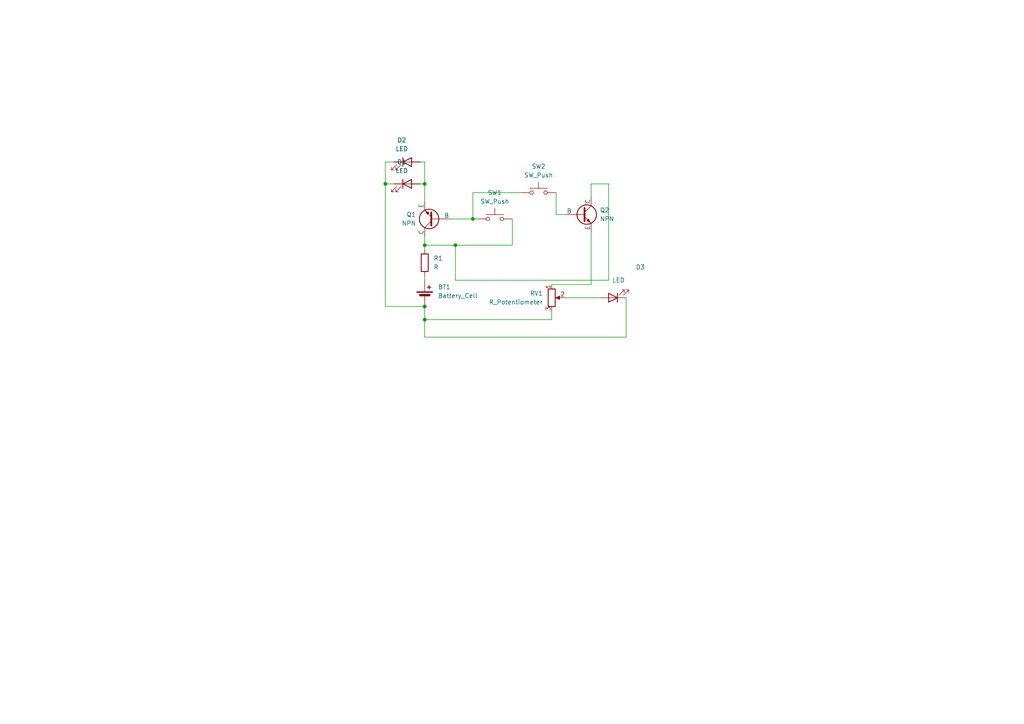
<source format=kicad_sch>
(kicad_sch (version 20250114) (generator "eeschema") (generator_version "9.0")
  (paper "A4")
  (lib_symbols
    (symbol "Device:Battery_Cell" (pin_numbers (hide yes)) (pin_names (offset 0) (hide yes))
      (property "Reference" "BT" (at 2.54 2.54 0))
      (property "Value" "Battery_Cell" (at 2.54 0 0))
      (symbol "Battery_Cell_0_1"
        (rectangle (start -2.286 1.778) (end 2.286 1.524) (fill (type outline)))
        (rectangle (start -1.524 1.016) (end 1.524 0.508) (fill (type outline)))
        (polyline (pts (xy 0 1.778) (xy 0 2.54)))
        (polyline (pts (xy 0 0.762) (xy 0 0)))
        (polyline (pts (xy 0.762 3.048) (xy 1.778 3.048)) (stroke (width 0.254)))
        (polyline (pts (xy 1.27 3.556) (xy 1.27 2.54)) (stroke (width 0.254)))
      )
      (symbol "Battery_Cell_1_1"
        (pin passive line (at 0 5.08 270) (length 2.54) (name "+") (number "1"))
        (pin passive line (at 0 -2.54 90) (length 2.54) (name "-") (number "2"))
      )
    )
    (symbol "Device:LED" (pin_numbers (hide yes)) (pin_names (offset 1.016) (hide yes))
      (property "Reference" "D" (at 0 2.54 0))
      (property "Value" "LED" (at 0 -2.54 0))
      (symbol "LED_0_1"
        (polyline (pts (xy -3.048 -0.762) (xy -4.572 -2.286) (xy -3.81 -2.286) (xy -4.572 -2.286) (xy -4.572 -1.524)))
        (polyline (pts (xy -1.778 -0.762) (xy -3.302 -2.286) (xy -2.54 -2.286) (xy -3.302 -2.286) (xy -3.302 -1.524)))
        (polyline (pts (xy -1.27 0) (xy 1.27 0)))
        (polyline (pts (xy -1.27 -1.27) (xy -1.27 1.27)) (stroke (width 0.254)))
        (polyline (pts (xy 1.27 -1.27) (xy 1.27 1.27) (xy -1.27 0) (xy 1.27 -1.27)) (stroke (width 0.254)))
      )
      (symbol "LED_1_1"
        (pin passive line (at -3.81 0 0) (length 2.54) (name "K") (number "1"))
        (pin passive line (at 3.81 0 180) (length 2.54) (name "A") (number "2"))
      )
    )
    (symbol "Device:R" (pin_numbers (hide yes)) (pin_names (offset 0))
      (property "Reference" "R" (at 2.032 0 90))
      (property "Value" "R" (at 0 0 90))
      (symbol "R_0_1"
        (rectangle (start -1.016 -2.54) (end 1.016 2.54) (stroke (width 0.254)))
      )
      (symbol "R_1_1"
        (pin passive line (at 0 3.81 270) (length 1.27) (name "~") (number "1"))
        (pin passive line (at 0 -3.81 90) (length 1.27) (name "~") (number "2"))
      )
    )
    (symbol "Device:R_Potentiometer" (pin_names (offset 1.016) (hide yes))
      (property "Reference" "RV" (at -4.445 0 90))
      (property "Value" "R_Potentiometer" (at -2.54 0 90))
      (symbol "R_Potentiometer_0_1"
        (rectangle (start 1.016 2.54) (end -1.016 -2.54) (stroke (width 0.254)))
        (polyline (pts (xy 1.143 0) (xy 2.286 0.508) (xy 2.286 -0.508) (xy 1.143 0)) (fill (type outline)))
        (polyline (pts (xy 2.54 0) (xy 1.524 0)))
      )
      (symbol "R_Potentiometer_1_1"
        (pin passive line (at 0 3.81 270) (length 1.27) (name "1") (number "1"))
        (pin passive line (at 0 -3.81 90) (length 1.27) (name "3") (number "3"))
        (pin passive line (at 3.81 0 180) (length 1.27) (name "2") (number "2"))
      )
    )
    (symbol "Simulation_SPICE:NPN" (pin_numbers (hide yes)) (pin_names (offset 0))
      (property "Reference" "Q" (at -2.54 7.62 0))
      (property "Value" "NPN" (at -2.54 5.08 0))
      (symbol "NPN_0_1"
        (polyline (pts (xy -2.54 0) (xy 0.635 0)) (stroke (width 0.1524)))
        (polyline (pts (xy 0.635 1.905) (xy 0.635 -1.905) (xy 0.635 -1.905)) (stroke (width 0.508)))
        (polyline (pts (xy 0.635 0.635) (xy 2.54 2.54)))
        (polyline (pts (xy 0.635 -0.635) (xy 2.54 -2.54) (xy 2.54 -2.54)))
        (circle (center 1.27 0) (radius 2.8194) (stroke (width 0.254)))
        (polyline (pts (xy 1.27 -1.778) (xy 1.778 -1.27) (xy 2.286 -2.286) (xy 1.27 -1.778) (xy 1.27 -1.778)) (fill (type outline)))
        (polyline (pts (xy 2.794 -1.27) (xy 2.794 -1.27)) (stroke (width 0.1524)))
        (polyline (pts (xy 2.794 -1.27) (xy 2.794 -1.27)) (stroke (width 0.1524)))
      )
      (symbol "NPN_1_1"
        (pin input line (at -5.08 0 0) (length 2.54) (name "B") (number "2"))
        (pin open_collector line (at 2.54 5.08 270) (length 2.54) (name "C") (number "1"))
        (pin open_emitter line (at 2.54 -5.08 90) (length 2.54) (name "E") (number "3"))
      )
    )
    (symbol "Switch:SW_Push" (pin_numbers (hide yes)) (pin_names (offset 1.016) (hide yes))
      (property "Reference" "SW" (at 1.27 2.54 0))
      (property "Value" "SW_Push" (at 0 -1.524 0))
      (symbol "SW_Push_0_1"
        (circle (center -2.032 0) (radius 0.508))
        (polyline (pts (xy 0 1.27) (xy 0 3.048)))
        (circle (center 2.032 0) (radius 0.508))
        (polyline (pts (xy 2.54 1.27) (xy -2.54 1.27)))
        (pin passive line (at -5.08 0 0) (length 2.54) (name "1") (number "1"))
        (pin passive line (at 5.08 0 180) (length 2.54) (name "2") (number "2"))
      )
    )
  )
  (junction (at 111.76 53.34))
  (junction (at 123.19 88.9))
  (junction (at 132.08 71.12))
  (junction (at 123.19 92.71))
  (junction (at 137.16 63.5))
  (junction (at 123.19 71.12))
  (junction (at 123.19 53.34))
  (wire (pts (xy 123.19 92.71) (xy 123.19 88.9)))
  (wire (pts (xy 123.19 80.01) (xy 123.19 81.28)))
  (wire (pts (xy 111.76 46.99) (xy 111.76 53.34)))
  (wire (pts (xy 123.19 68.58) (xy 123.19 71.12)))
  (wire (pts (xy 123.19 53.34) (xy 121.92 53.34)))
  (wire (pts (xy 132.08 81.28) (xy 132.08 71.12)))
  (wire (pts (xy 181.61 97.79) (xy 123.19 97.79)))
  (wire (pts (xy 171.45 53.34) (xy 176.53 53.34)))
  (wire (pts (xy 160.02 92.71) (xy 123.19 92.71)))
  (wire (pts (xy 137.16 63.5) (xy 138.43 63.5)))
  (wire (pts (xy 176.53 81.28) (xy 132.08 81.28)))
  (wire (pts (xy 123.19 53.34) (xy 123.19 46.99)))
  (wire (pts (xy 123.19 97.79) (xy 123.19 92.71)))
  (wire (pts (xy 137.16 63.5) (xy 137.16 55.88)))
  (wire (pts (xy 161.29 55.88) (xy 161.29 62.23)))
  (wire (pts (xy 114.3 46.99) (xy 111.76 46.99)))
  (wire (pts (xy 176.53 53.34) (xy 176.53 81.28)))
  (wire (pts (xy 171.45 57.15) (xy 171.45 53.34)))
  (wire (pts (xy 171.45 67.31) (xy 171.45 82.55)))
  (wire (pts (xy 111.76 88.9) (xy 123.19 88.9)))
  (wire (pts (xy 121.92 46.99) (xy 123.19 46.99)))
  (wire (pts (xy 114.3 53.34) (xy 111.76 53.34)))
  (wire (pts (xy 123.19 58.42) (xy 123.19 53.34)))
  (wire (pts (xy 123.19 71.12) (xy 123.19 72.39)))
  (wire (pts (xy 171.45 82.55) (xy 160.02 82.55)))
  (wire (pts (xy 132.08 71.12) (xy 148.59 71.12)))
  (wire (pts (xy 137.16 55.88) (xy 151.13 55.88)))
  (wire (pts (xy 161.29 62.23) (xy 163.83 62.23)))
  (wire (pts (xy 181.61 86.36) (xy 181.61 97.79)))
  (wire (pts (xy 160.02 90.17) (xy 160.02 92.71)))
  (wire (pts (xy 130.81 63.5) (xy 137.16 63.5)))
  (wire (pts (xy 132.08 71.12) (xy 123.19 71.12)))
  (wire (pts (xy 148.59 71.12) (xy 148.59 63.5)))
  (wire (pts (xy 111.76 53.34) (xy 111.76 88.9)))
  (wire (pts (xy 163.83 86.36) (xy 173.99 86.36)))
  (symbol (lib_id "Switch:SW_Push") (at 143.51 63.5 0) (unit 1)
    (property "Reference" "SW1" (at 143.51 55.88 0))
    (property "Value" "SW_Push" (at 143.51 58.42 0))
    (property "Footprint" "Button_Switch_THT:SW_PUSH_6mm" (effects (hide yes)))
    (property "Description" "Push button switch, generic, two pins" (effects (hide yes)))
  )
  (symbol (lib_id "Device:R_Potentiometer") (at 160.02 86.36 0) (unit 1)
    (property "Reference" "RV1" (at 157.48 85.0899 0) (effects (justify right)))
    (property "Value" "R_Potentiometer" (at 157.48 87.6299 0) (effects (justify right)))
    (property "Footprint" "Potentiometer_THT:Potentiometer_Vishay_T73YP_Vertical" (effects (hide yes)))
    (property "Description" "Potentiometer" (effects (hide yes)))
  )
  (symbol (lib_id "Device:LED") (at 118.11 53.34 0) (unit 1)
    (property "Reference" "D1" (at 116.5225 46.99 0))
    (property "Value" "LED" (at 116.5225 49.53 0))
    (property "Footprint" "LED_THT:LED_D5.0mm" (effects (hide yes)))
    (property "Description" "Light emitting diode" (effects (hide yes)))
    (property "Sim.Pins" "1=K 2=A" (effects (hide yes)))
  )
  (symbol (lib_id "Switch:SW_Push") (at 156.21 55.88 0) (unit 1)
    (property "Reference" "SW2" (at 156.21 48.26 0))
    (property "Value" "SW_Push" (at 156.21 50.8 0))
    (property "Footprint" "Button_Switch_THT:SW_PUSH_6mm" (effects (hide yes)))
    (property "Description" "Push button switch, generic, two pins" (effects (hide yes)))
  )
  (symbol (lib_id "Device:R") (at 123.19 76.2 0) (unit 1)
    (property "Reference" "R1" (at 125.73 74.9299 0) (effects (justify left)))
    (property "Value" "R" (at 125.73 77.4699 0) (effects (justify left)))
    (property "Footprint" "Resistor_THT:R_Axial_DIN0207_L6.3mm_D2.5mm_P7.62mm_Horizontal" (effects (hide yes)))
    (property "Description" "Resistor" (effects (hide yes)))
  )
  (symbol (lib_id "Device:LED") (at 118.11 46.99 0) (unit 1)
    (property "Reference" "D2" (at 116.5225 40.64 0))
    (property "Value" "LED" (at 116.5225 43.18 0))
    (property "Footprint" "LED_THT:LED_D5.0mm" (effects (hide yes)))
    (property "Description" "Light emitting diode" (effects (hide yes)))
    (property "Sim.Pins" "1=K 2=A" (effects (hide yes)))
  )
  (symbol (lib_id "Device:LED") (at 177.8 86.36 180) (unit 1)
    (property "Reference" "D3" (at 185.7375 77.47 0))
    (property "Value" "LED" (at 179.3875 81.28 0))
    (property "Footprint" "LED_THT:LED_D5.0mm" (effects (hide yes)))
    (property "Description" "Light emitting diode" (effects (hide yes)))
    (property "Sim.Pins" "1=K 2=A" (effects (hide yes)))
  )
  (symbol (lib_id "Simulation_SPICE:NPN") (at 125.73 63.5 180) (unit 1)
    (property "Reference" "Q1" (at 120.65 62.2299 0) (effects (justify left)))
    (property "Value" "NPN" (at 120.65 64.7699 0) (effects (justify left)))
    (property "Footprint" "Package_TO_SOT_THT:TO-92L_HandSolder" (effects (hide yes)))
    (property "Datasheet" "https://ngspice.sourceforge.io/docs/ngspice-html-manual/manual.xhtml#cha_BJTs" (effects (hide yes)))
    (property "Description" "Bipolar transistor symbol for simulation only, substrate tied to the emitter" (effects (hide yes)))
    (property "Sim.Device" "NPN" (effects (hide yes)))
    (property "Sim.Type" "GUMMELPOON" (effects (hide yes)))
    (property "Sim.Pins" "1=C 2=B 3=E" (effects (hide yes)))
  )
  (symbol (lib_id "Device:Battery_Cell") (at 123.19 86.36 0) (unit 1)
    (property "Reference" "BT1" (at 127 83.2484 0) (effects (justify left)))
    (property "Value" "Battery_Cell" (at 127 85.7884 0) (effects (justify left)))
    (property "Footprint" "Battery:BatteryHolder_Keystone_3034_1x20mm" (effects (hide yes)))
    (property "Description" "Single-cell battery" (effects (hide yes)))
  )
  (symbol (lib_id "Simulation_SPICE:NPN") (at 168.91 62.23 0) (unit 1)
    (property "Reference" "Q2" (at 173.99 60.9599 0) (effects (justify left)))
    (property "Value" "NPN" (at 173.99 63.4999 0) (effects (justify left)))
    (property "Footprint" "Package_TO_SOT_THT:TO-92L_HandSolder" (effects (hide yes)))
    (property "Datasheet" "https://ngspice.sourceforge.io/docs/ngspice-html-manual/manual.xhtml#cha_BJTs" (effects (hide yes)))
    (property "Description" "Bipolar transistor symbol for simulation only, substrate tied to the emitter" (effects (hide yes)))
    (property "Sim.Device" "NPN" (effects (hide yes)))
    (property "Sim.Type" "GUMMELPOON" (effects (hide yes)))
    (property "Sim.Pins" "1=C 2=B 3=E" (effects (hide yes)))
  )
)
</source>
